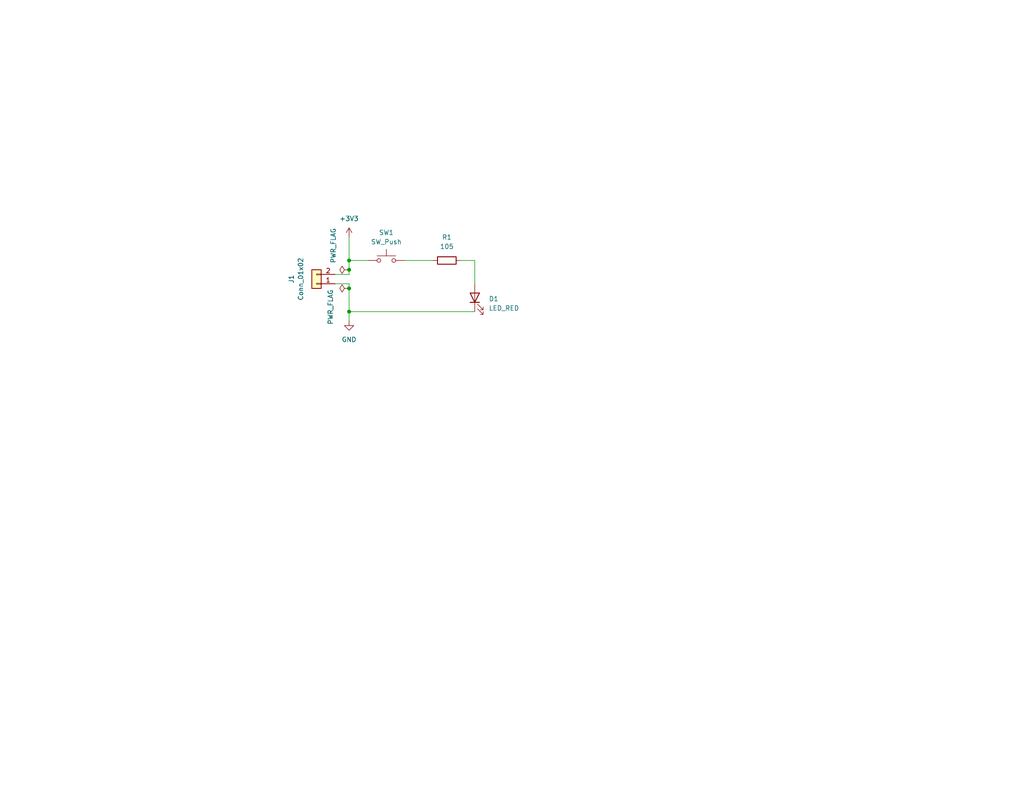
<source format=kicad_sch>
(kicad_sch (version 20231120) (generator "eeschema") (generator_version "8.0")
  (paper "USLetter")
  (title_block (title "LED Project") (date "2024-09-11") (rev "1.0") (company "Illini Solar Car") (comment 1 "Designed By: Kaiyang Sun"))
  (lib_symbols
    (symbol "Connector_Generic:Conn_01x02" (pin_names (offset 1.016) hide)
      (property "Reference" "J" (at 0 2.54 0))
      (property "Value" "Conn_01x02" (at 0 -5.08 0))
      (symbol "Conn_01x02_1_1"
        (rectangle (start -1.27 -2.413) (end 0 -2.667) (stroke (width 0.1524)))
        (rectangle (start -1.27 0.127) (end 0 -0.127) (stroke (width 0.1524)))
        (rectangle (start -1.27 1.27) (end 1.27 -3.81) (stroke (width 0.254)) (fill (type background)))
        (pin passive line (at -5.08 0 0) (length 3.81) (name "Pin_1") (number "1"))
        (pin passive line (at -5.08 -2.54 0) (length 3.81) (name "Pin_2") (number "2"))
      )
    )
    (symbol "Device:LED" (pin_numbers hide) (pin_names (offset 1.016) hide)
      (property "Reference" "D" (at 0 2.54 0))
      (property "Value" "LED" (at 0 -2.54 0))
      (symbol "LED_0_1"
        (polyline (pts (xy -1.27 -1.27) (xy -1.27 1.27)) (stroke (width 0.254)))
        (polyline (pts (xy -1.27 0) (xy 1.27 0)))
        (polyline (pts (xy 1.27 -1.27) (xy 1.27 1.27) (xy -1.27 0) (xy 1.27 -1.27)) (stroke (width 0.254)))
        (polyline (pts (xy -3.048 -0.762) (xy -4.572 -2.286) (xy -3.81 -2.286) (xy -4.572 -2.286) (xy -4.572 -1.524)))
        (polyline (pts (xy -1.778 -0.762) (xy -3.302 -2.286) (xy -2.54 -2.286) (xy -3.302 -2.286) (xy -3.302 -1.524)))
      )
      (symbol "LED_1_1"
        (pin passive line (at -3.81 0 0) (length 2.54) (name "K") (number "1"))
        (pin passive line (at 3.81 0 180) (length 2.54) (name "A") (number "2"))
      )
    )
    (symbol "Device:R" (pin_numbers hide) (pin_names (offset 0))
      (property "Reference" "R" (at 2.032 0 90))
      (property "Value" "R" (at 0 0 90))
      (symbol "R_0_1"
        (rectangle (start -1.016 -2.54) (end 1.016 2.54) (stroke (width 0.254)))
      )
      (symbol "R_1_1"
        (pin passive line (at 0 3.81 270) (length 1.27) (name "~") (number "1"))
        (pin passive line (at 0 -3.81 90) (length 1.27) (name "~") (number "2"))
      )
    )
    (symbol "Switch:SW_Push" (pin_numbers hide) (pin_names (offset 1.016) hide)
      (property "Reference" "SW" (at 1.27 2.54 0))
      (property "Value" "SW_Push" (at 0 -1.524 0))
      (symbol "SW_Push_0_1"
        (circle (center -2.032 0) (radius 0.508))
        (polyline (pts (xy 0 1.27) (xy 0 3.048)))
        (polyline (pts (xy 2.54 1.27) (xy -2.54 1.27)))
        (circle (center 2.032 0) (radius 0.508))
        (pin passive line (at -5.08 0 0) (length 2.54) (name "1") (number "1"))
        (pin passive line (at 5.08 0 180) (length 2.54) (name "2") (number "2"))
      )
    )
    (symbol "power:+3V3" (power) (pin_names (offset 0))
      (property "Value" "+3V3" (at 0 3.556 0))
      (symbol "+3V3_0_1"
        (polyline (pts (xy -0.762 1.27) (xy 0 2.54)))
        (polyline (pts (xy 0 0) (xy 0 2.54)))
        (polyline (pts (xy 0 2.54) (xy 0.762 1.27)))
      )
      (symbol "+3V3_1_1"
        (pin power_in line (at 0 0 90) (length 0) hide (name "+3V3") (number "1"))
      )
    )
    (symbol "power:GND" (power) (pin_names (offset 0))
      (property "Value" "GND" (at 0 -3.81 0))
      (symbol "GND_0_1"
        (polyline (pts (xy 0 0) (xy 0 -1.27) (xy 1.27 -1.27) (xy 0 -2.54) (xy -1.27 -1.27) (xy 0 -1.27)))
      )
      (symbol "GND_1_1"
        (pin power_in line (at 0 0 270) (length 0) hide (name "GND") (number "1"))
      )
    )
    (symbol "power:PWR_FLAG" (power) (pin_numbers hide) (pin_names (offset 0) hide)
      (property "Value" "PWR_FLAG" (at 0 3.81 0))
      (symbol "PWR_FLAG_0_0"
        (pin power_out line (at 0 0 90) (length 0) (name "pwr") (number "1"))
      )
      (symbol "PWR_FLAG_0_1"
        (polyline (pts (xy 0 0) (xy 0 1.27) (xy -1.016 1.905) (xy 0 2.54) (xy 1.016 1.905) (xy 0 1.27)))
      )
    )
  )
  (junction (at 95.25 85.09))
  (junction (at 95.25 78.74))
  (junction (at 95.25 73.66))
  (junction (at 95.25 71.12))
  (wire (pts (xy 95.25 78.74) (xy 95.25 77.47)))
  (wire (pts (xy 95.25 77.47) (xy 91.44 77.47)))
  (wire (pts (xy 95.25 85.09) (xy 129.54 85.09)))
  (wire (pts (xy 95.25 71.12) (xy 100.33 71.12)))
  (wire (pts (xy 129.54 71.12) (xy 129.54 77.47)))
  (wire (pts (xy 110.49 71.12) (xy 118.11 71.12)))
  (wire (pts (xy 95.25 74.93) (xy 91.44 74.93)))
  (wire (pts (xy 95.25 85.09) (xy 95.25 87.63)))
  (wire (pts (xy 95.25 71.12) (xy 95.25 73.66)))
  (wire (pts (xy 95.25 64.77) (xy 95.25 71.12)))
  (wire (pts (xy 125.73 71.12) (xy 129.54 71.12)))
  (wire (pts (xy 95.25 73.66) (xy 95.25 74.93)))
  (wire (pts (xy 95.25 85.09) (xy 95.25 78.74)))
  (symbol (lib_id "Connector_Generic:Conn_01x02") (at 86.36 77.47 180) (unit 1)
    (property "Reference" "J1" (at 79.502 76.2 90))
    (property "Value" "Conn_01x02" (at 82.042 76.2 90))
    (property "Footprint" "Connector_Molex:Molex_KK-254_AE-6410-02A_1x02_P2.54mm_Vertical" (effects (hide yes)))
    (property "Datasheet" "https://www.molex.com/content/dam/molex/molex-dot-com/products/automated/en-us/salesdrawingpdf/641/6410/022272021_sd.pdf?inline" (effects (hide yes)))
    (property "Description" "Generic connector, single row, 01x02, script generated (kicad-library-utils/schlib/autogen/connector/)" (effects (hide yes)))
    (property "MPN" "022272021" (effects (hide yes)))
  )
  (symbol (lib_id "power:GND") (at 95.25 87.63 0) (unit 1)
    (property "Reference" "#PWR02" (effects (hide yes)))
    (property "Value" "GND" (at 95.25 92.71 0))
    (property "Description" "Power symbol creates a global label with name \"GND\" , ground" (effects (hide yes)))
  )
  (symbol (lib_id "power:PWR_FLAG") (at 95.25 78.74 90) (unit 1)
    (property "Reference" "#FLG02" (effects (hide yes)))
    (property "Value" "PWR_FLAG" (at 90.17 88.646 0) (effects (justify left)))
    (property "Description" "Special symbol for telling ERC where power comes from" (effects (hide yes)))
  )
  (symbol (lib_id "Device:R") (at 121.92 71.12 90) (unit 1)
    (property "Reference" "R1" (at 121.92 64.77 90))
    (property "Value" "105" (at 121.92 67.31 90))
    (property "Footprint" "Resistor_SMD:R_0603_1608Metric_Pad0.98x0.95mm_HandSolder" (effects (hide yes)))
    (property "Description" "Resistor" (effects (hide yes)))
  )
  (symbol (lib_id "power:+3V3") (at 95.25 64.77 0) (unit 1)
    (property "Reference" "#PWR03" (effects (hide yes)))
    (property "Value" "+3V3" (at 95.25 59.69 0))
    (property "Description" "Power symbol creates a global label with name \"+3V3\"" (effects (hide yes)))
  )
  (symbol (lib_id "Device:LED") (at 129.54 81.28 90) (unit 1)
    (property "Reference" "D1" (at 133.35 81.5974 90) (effects (justify right)))
    (property "Value" "LED_RED" (at 133.35 84.1374 90) (effects (justify right)))
    (property "Footprint" "layout:LED_0603_Symbol_on_F.SilkS" (effects (hide yes)))
    (property "Description" "Light emitting diode" (effects (hide yes)))
  )
  (symbol (lib_id "power:PWR_FLAG") (at 95.25 73.66 90) (unit 1)
    (property "Reference" "#FLG01" (effects (hide yes)))
    (property "Value" "PWR_FLAG" (at 90.932 71.882 0) (effects (justify left)))
    (property "Description" "Special symbol for telling ERC where power comes from" (effects (hide yes)))
  )
  (symbol (lib_id "Switch:SW_Push") (at 105.41 71.12 0) (unit 1)
    (property "Reference" "SW1" (at 105.41 63.5 0))
    (property "Value" "SW_Push" (at 105.41 66.04 0))
    (property "Footprint" "Button_Switch_SMD:SW_DIP_SPSTx01_Slide_6.7x4.1mm_W8.61mm_P2.54mm_LowProfile" (effects (hide yes)))
    (property "Datasheet" "https://www.te.com/usa-en/product-1825910-6.datasheet.pdf" (effects (hide yes)))
    (property "Description" "Push button switch, generic, two pins" (effects (hide yes)))
    (property "MPN" "1825910-6" (effects (hide yes)))
  )
)
</source>
